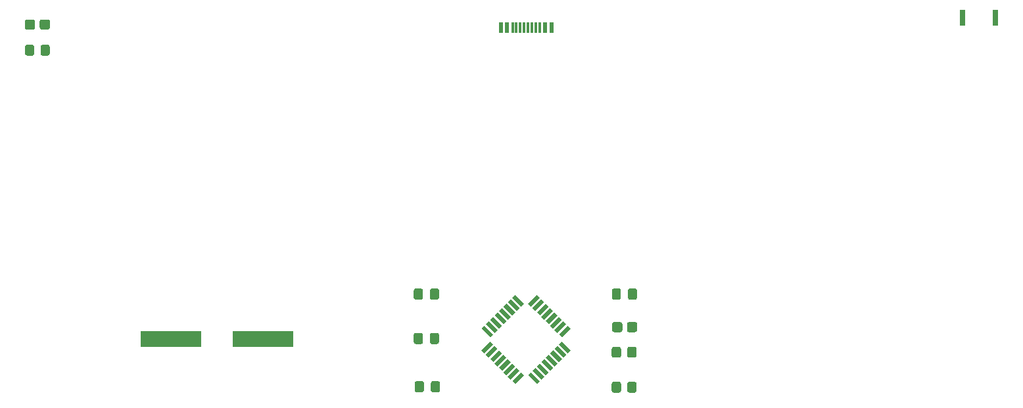
<source format=gbr>
%TF.GenerationSoftware,KiCad,Pcbnew,(5.1.10)-1*%
%TF.CreationDate,2021-08-23T16:24:53+02:00*%
%TF.ProjectId,Console,436f6e73-6f6c-4652-9e6b-696361645f70,v01*%
%TF.SameCoordinates,Original*%
%TF.FileFunction,Paste,Top*%
%TF.FilePolarity,Positive*%
%FSLAX46Y46*%
G04 Gerber Fmt 4.6, Leading zero omitted, Abs format (unit mm)*
G04 Created by KiCad (PCBNEW (5.1.10)-1) date 2021-08-23 16:24:53*
%MOMM*%
%LPD*%
G01*
G04 APERTURE LIST*
%ADD10R,0.800000X2.000000*%
%ADD11R,7.875000X2.000000*%
%ADD12R,0.600000X1.450000*%
%ADD13R,0.300000X1.450000*%
%ADD14C,0.100000*%
G04 APERTURE END LIST*
%TO.C,C1*%
G36*
G01*
X131789000Y-107663000D02*
X131789000Y-106713000D01*
G75*
G02*
X132039000Y-106463000I250000J0D01*
G01*
X132714000Y-106463000D01*
G75*
G02*
X132964000Y-106713000I0J-250000D01*
G01*
X132964000Y-107663000D01*
G75*
G02*
X132714000Y-107913000I-250000J0D01*
G01*
X132039000Y-107913000D01*
G75*
G02*
X131789000Y-107663000I0J250000D01*
G01*
G37*
G36*
G01*
X133864000Y-107663000D02*
X133864000Y-106713000D01*
G75*
G02*
X134114000Y-106463000I250000J0D01*
G01*
X134789000Y-106463000D01*
G75*
G02*
X135039000Y-106713000I0J-250000D01*
G01*
X135039000Y-107663000D01*
G75*
G02*
X134789000Y-107913000I-250000J0D01*
G01*
X134114000Y-107913000D01*
G75*
G02*
X133864000Y-107663000I0J250000D01*
G01*
G37*
%TD*%
%TO.C,C2*%
G36*
G01*
X133864000Y-113379000D02*
X133864000Y-112429000D01*
G75*
G02*
X134114000Y-112179000I250000J0D01*
G01*
X134789000Y-112179000D01*
G75*
G02*
X135039000Y-112429000I0J-250000D01*
G01*
X135039000Y-113379000D01*
G75*
G02*
X134789000Y-113629000I-250000J0D01*
G01*
X134114000Y-113629000D01*
G75*
G02*
X133864000Y-113379000I0J250000D01*
G01*
G37*
G36*
G01*
X131789000Y-113379000D02*
X131789000Y-112429000D01*
G75*
G02*
X132039000Y-112179000I250000J0D01*
G01*
X132714000Y-112179000D01*
G75*
G02*
X132964000Y-112429000I0J-250000D01*
G01*
X132964000Y-113379000D01*
G75*
G02*
X132714000Y-113629000I-250000J0D01*
G01*
X132039000Y-113629000D01*
G75*
G02*
X131789000Y-113379000I0J250000D01*
G01*
G37*
%TD*%
D10*
%TO.C,SW5*%
X202494000Y-71564500D03*
X206694000Y-71564500D03*
%TD*%
%TO.C,R2*%
G36*
G01*
X157277000Y-115132001D02*
X157277000Y-114231999D01*
G75*
G02*
X157526999Y-113982000I249999J0D01*
G01*
X158227001Y-113982000D01*
G75*
G02*
X158477000Y-114231999I0J-249999D01*
G01*
X158477000Y-115132001D01*
G75*
G02*
X158227001Y-115382000I-249999J0D01*
G01*
X157526999Y-115382000D01*
G75*
G02*
X157277000Y-115132001I0J249999D01*
G01*
G37*
G36*
G01*
X159277000Y-115132001D02*
X159277000Y-114231999D01*
G75*
G02*
X159526999Y-113982000I249999J0D01*
G01*
X160227001Y-113982000D01*
G75*
G02*
X160477000Y-114231999I0J-249999D01*
G01*
X160477000Y-115132001D01*
G75*
G02*
X160227001Y-115382000I-249999J0D01*
G01*
X159526999Y-115382000D01*
G75*
G02*
X159277000Y-115132001I0J249999D01*
G01*
G37*
%TD*%
%TO.C,D1*%
G36*
G01*
X157315000Y-111842000D02*
X157315000Y-111042000D01*
G75*
G02*
X157565000Y-110792000I250000J0D01*
G01*
X158390000Y-110792000D01*
G75*
G02*
X158640000Y-111042000I0J-250000D01*
G01*
X158640000Y-111842000D01*
G75*
G02*
X158390000Y-112092000I-250000J0D01*
G01*
X157565000Y-112092000D01*
G75*
G02*
X157315000Y-111842000I0J250000D01*
G01*
G37*
G36*
G01*
X159240000Y-111842000D02*
X159240000Y-111042000D01*
G75*
G02*
X159490000Y-110792000I250000J0D01*
G01*
X160315000Y-110792000D01*
G75*
G02*
X160565000Y-111042000I0J-250000D01*
G01*
X160565000Y-111842000D01*
G75*
G02*
X160315000Y-112092000I-250000J0D01*
G01*
X159490000Y-112092000D01*
G75*
G02*
X159240000Y-111842000I0J250000D01*
G01*
G37*
%TD*%
D11*
%TO.C,Y1*%
X112396500Y-112966000D03*
X100521500Y-112966000D03*
%TD*%
D12*
%TO.C,J2*%
X149503000Y-72862200D03*
X148703000Y-72862200D03*
D13*
X146503000Y-72862200D03*
X147003000Y-72862200D03*
X147503000Y-72862200D03*
X148003000Y-72862200D03*
X146003000Y-72862200D03*
X145503000Y-72862200D03*
X145003000Y-72862200D03*
X144503000Y-72862200D03*
D12*
X143803000Y-72862200D03*
X143003000Y-72862200D03*
%TD*%
%TO.C,C3*%
G36*
G01*
X131915000Y-119601000D02*
X131915000Y-118651000D01*
G75*
G02*
X132165000Y-118401000I250000J0D01*
G01*
X132840000Y-118401000D01*
G75*
G02*
X133090000Y-118651000I0J-250000D01*
G01*
X133090000Y-119601000D01*
G75*
G02*
X132840000Y-119851000I-250000J0D01*
G01*
X132165000Y-119851000D01*
G75*
G02*
X131915000Y-119601000I0J250000D01*
G01*
G37*
G36*
G01*
X133990000Y-119601000D02*
X133990000Y-118651000D01*
G75*
G02*
X134240000Y-118401000I250000J0D01*
G01*
X134915000Y-118401000D01*
G75*
G02*
X135165000Y-118651000I0J-250000D01*
G01*
X135165000Y-119601000D01*
G75*
G02*
X134915000Y-119851000I-250000J0D01*
G01*
X134240000Y-119851000D01*
G75*
G02*
X133990000Y-119601000I0J250000D01*
G01*
G37*
%TD*%
%TO.C,R1*%
G36*
G01*
X157277000Y-119640001D02*
X157277000Y-118739999D01*
G75*
G02*
X157526999Y-118490000I249999J0D01*
G01*
X158227001Y-118490000D01*
G75*
G02*
X158477000Y-118739999I0J-249999D01*
G01*
X158477000Y-119640001D01*
G75*
G02*
X158227001Y-119890000I-249999J0D01*
G01*
X157526999Y-119890000D01*
G75*
G02*
X157277000Y-119640001I0J249999D01*
G01*
G37*
G36*
G01*
X159277000Y-119640001D02*
X159277000Y-118739999D01*
G75*
G02*
X159526999Y-118490000I249999J0D01*
G01*
X160227001Y-118490000D01*
G75*
G02*
X160477000Y-118739999I0J-249999D01*
G01*
X160477000Y-119640001D01*
G75*
G02*
X160227001Y-119890000I-249999J0D01*
G01*
X159526999Y-119890000D01*
G75*
G02*
X159277000Y-119640001I0J249999D01*
G01*
G37*
%TD*%
D14*
%TO.C,U1*%
G36*
X140883666Y-114815445D02*
G01*
X140494757Y-114426536D01*
X141626128Y-113295165D01*
X142015037Y-113684074D01*
X140883666Y-114815445D01*
G37*
G36*
X141449352Y-115381130D02*
G01*
X141060443Y-114992221D01*
X142191814Y-113860850D01*
X142580723Y-114249759D01*
X141449352Y-115381130D01*
G37*
G36*
X142015037Y-115946816D02*
G01*
X141626128Y-115557907D01*
X142757499Y-114426536D01*
X143146408Y-114815445D01*
X142015037Y-115946816D01*
G37*
G36*
X142580722Y-116512501D02*
G01*
X142191813Y-116123592D01*
X143323184Y-114992221D01*
X143712093Y-115381130D01*
X142580722Y-116512501D01*
G37*
G36*
X143146408Y-117078187D02*
G01*
X142757499Y-116689278D01*
X143888870Y-115557907D01*
X144277779Y-115946816D01*
X143146408Y-117078187D01*
G37*
G36*
X143712093Y-117643872D02*
G01*
X143323184Y-117254963D01*
X144454555Y-116123592D01*
X144843464Y-116512501D01*
X143712093Y-117643872D01*
G37*
G36*
X144277779Y-118209557D02*
G01*
X143888870Y-117820648D01*
X145020241Y-116689277D01*
X145409150Y-117078186D01*
X144277779Y-118209557D01*
G37*
G36*
X144843464Y-118775243D02*
G01*
X144454555Y-118386334D01*
X145585926Y-117254963D01*
X145974835Y-117643872D01*
X144843464Y-118775243D01*
G37*
G36*
X148025445Y-118386334D02*
G01*
X147636536Y-118775243D01*
X146505165Y-117643872D01*
X146894074Y-117254963D01*
X148025445Y-118386334D01*
G37*
G36*
X148591130Y-117820648D02*
G01*
X148202221Y-118209557D01*
X147070850Y-117078186D01*
X147459759Y-116689277D01*
X148591130Y-117820648D01*
G37*
G36*
X149156816Y-117254963D02*
G01*
X148767907Y-117643872D01*
X147636536Y-116512501D01*
X148025445Y-116123592D01*
X149156816Y-117254963D01*
G37*
G36*
X149722501Y-116689278D02*
G01*
X149333592Y-117078187D01*
X148202221Y-115946816D01*
X148591130Y-115557907D01*
X149722501Y-116689278D01*
G37*
G36*
X150288187Y-116123592D02*
G01*
X149899278Y-116512501D01*
X148767907Y-115381130D01*
X149156816Y-114992221D01*
X150288187Y-116123592D01*
G37*
G36*
X150853872Y-115557907D02*
G01*
X150464963Y-115946816D01*
X149333592Y-114815445D01*
X149722501Y-114426536D01*
X150853872Y-115557907D01*
G37*
G36*
X151419557Y-114992221D02*
G01*
X151030648Y-115381130D01*
X149899277Y-114249759D01*
X150288186Y-113860850D01*
X151419557Y-114992221D01*
G37*
G36*
X151985243Y-114426536D02*
G01*
X151596334Y-114815445D01*
X150464963Y-113684074D01*
X150853872Y-113295165D01*
X151985243Y-114426536D01*
G37*
G36*
X150853872Y-112764835D02*
G01*
X150464963Y-112375926D01*
X151596334Y-111244555D01*
X151985243Y-111633464D01*
X150853872Y-112764835D01*
G37*
G36*
X150288186Y-112199150D02*
G01*
X149899277Y-111810241D01*
X151030648Y-110678870D01*
X151419557Y-111067779D01*
X150288186Y-112199150D01*
G37*
G36*
X149722501Y-111633464D02*
G01*
X149333592Y-111244555D01*
X150464963Y-110113184D01*
X150853872Y-110502093D01*
X149722501Y-111633464D01*
G37*
G36*
X149156816Y-111067779D02*
G01*
X148767907Y-110678870D01*
X149899278Y-109547499D01*
X150288187Y-109936408D01*
X149156816Y-111067779D01*
G37*
G36*
X148591130Y-110502093D02*
G01*
X148202221Y-110113184D01*
X149333592Y-108981813D01*
X149722501Y-109370722D01*
X148591130Y-110502093D01*
G37*
G36*
X148025445Y-109936408D02*
G01*
X147636536Y-109547499D01*
X148767907Y-108416128D01*
X149156816Y-108805037D01*
X148025445Y-109936408D01*
G37*
G36*
X147459759Y-109370723D02*
G01*
X147070850Y-108981814D01*
X148202221Y-107850443D01*
X148591130Y-108239352D01*
X147459759Y-109370723D01*
G37*
G36*
X146894074Y-108805037D02*
G01*
X146505165Y-108416128D01*
X147636536Y-107284757D01*
X148025445Y-107673666D01*
X146894074Y-108805037D01*
G37*
G36*
X145974835Y-108416128D02*
G01*
X145585926Y-108805037D01*
X144454555Y-107673666D01*
X144843464Y-107284757D01*
X145974835Y-108416128D01*
G37*
G36*
X145409150Y-108981814D02*
G01*
X145020241Y-109370723D01*
X143888870Y-108239352D01*
X144277779Y-107850443D01*
X145409150Y-108981814D01*
G37*
G36*
X144843464Y-109547499D02*
G01*
X144454555Y-109936408D01*
X143323184Y-108805037D01*
X143712093Y-108416128D01*
X144843464Y-109547499D01*
G37*
G36*
X144277779Y-110113184D02*
G01*
X143888870Y-110502093D01*
X142757499Y-109370722D01*
X143146408Y-108981813D01*
X144277779Y-110113184D01*
G37*
G36*
X143712093Y-110678870D02*
G01*
X143323184Y-111067779D01*
X142191813Y-109936408D01*
X142580722Y-109547499D01*
X143712093Y-110678870D01*
G37*
G36*
X143146408Y-111244555D02*
G01*
X142757499Y-111633464D01*
X141626128Y-110502093D01*
X142015037Y-110113184D01*
X143146408Y-111244555D01*
G37*
G36*
X142580723Y-111810241D02*
G01*
X142191814Y-112199150D01*
X141060443Y-111067779D01*
X141449352Y-110678870D01*
X142580723Y-111810241D01*
G37*
G36*
X142015037Y-112375926D02*
G01*
X141626128Y-112764835D01*
X140494757Y-111633464D01*
X140883666Y-111244555D01*
X142015037Y-112375926D01*
G37*
%TD*%
%TO.C,D2*%
G36*
G01*
X84939000Y-72053500D02*
X84939000Y-72853500D01*
G75*
G02*
X84689000Y-73103500I-250000J0D01*
G01*
X83864000Y-73103500D01*
G75*
G02*
X83614000Y-72853500I0J250000D01*
G01*
X83614000Y-72053500D01*
G75*
G02*
X83864000Y-71803500I250000J0D01*
G01*
X84689000Y-71803500D01*
G75*
G02*
X84939000Y-72053500I0J-250000D01*
G01*
G37*
G36*
G01*
X83014000Y-72053500D02*
X83014000Y-72853500D01*
G75*
G02*
X82764000Y-73103500I-250000J0D01*
G01*
X81939000Y-73103500D01*
G75*
G02*
X81689000Y-72853500I0J250000D01*
G01*
X81689000Y-72053500D01*
G75*
G02*
X81939000Y-71803500I250000J0D01*
G01*
X82764000Y-71803500D01*
G75*
G02*
X83014000Y-72053500I0J-250000D01*
G01*
G37*
%TD*%
%TO.C,R3*%
G36*
G01*
X84914000Y-75305499D02*
X84914000Y-76205501D01*
G75*
G02*
X84664001Y-76455500I-249999J0D01*
G01*
X83963999Y-76455500D01*
G75*
G02*
X83714000Y-76205501I0J249999D01*
G01*
X83714000Y-75305499D01*
G75*
G02*
X83963999Y-75055500I249999J0D01*
G01*
X84664001Y-75055500D01*
G75*
G02*
X84914000Y-75305499I0J-249999D01*
G01*
G37*
G36*
G01*
X82914000Y-75305499D02*
X82914000Y-76205501D01*
G75*
G02*
X82664001Y-76455500I-249999J0D01*
G01*
X81963999Y-76455500D01*
G75*
G02*
X81714000Y-76205501I0J249999D01*
G01*
X81714000Y-75305499D01*
G75*
G02*
X81963999Y-75055500I249999J0D01*
G01*
X82664001Y-75055500D01*
G75*
G02*
X82914000Y-75305499I0J-249999D01*
G01*
G37*
%TD*%
%TO.C,C4*%
G36*
G01*
X157294000Y-107663000D02*
X157294000Y-106713000D01*
G75*
G02*
X157544000Y-106463000I250000J0D01*
G01*
X158219000Y-106463000D01*
G75*
G02*
X158469000Y-106713000I0J-250000D01*
G01*
X158469000Y-107663000D01*
G75*
G02*
X158219000Y-107913000I-250000J0D01*
G01*
X157544000Y-107913000D01*
G75*
G02*
X157294000Y-107663000I0J250000D01*
G01*
G37*
G36*
G01*
X159369000Y-107663000D02*
X159369000Y-106713000D01*
G75*
G02*
X159619000Y-106463000I250000J0D01*
G01*
X160294000Y-106463000D01*
G75*
G02*
X160544000Y-106713000I0J-250000D01*
G01*
X160544000Y-107663000D01*
G75*
G02*
X160294000Y-107913000I-250000J0D01*
G01*
X159619000Y-107913000D01*
G75*
G02*
X159369000Y-107663000I0J250000D01*
G01*
G37*
%TD*%
M02*

</source>
